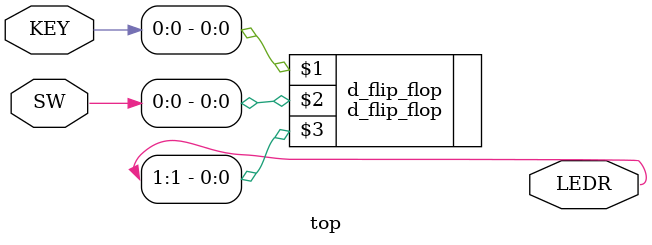
<source format=v>
module top (SW, KEY, LEDR);

    input wire [9:0] SW;        // DE-series switches
    input wire [3:0] KEY;       // DE-series pushbuttons

    output wire [9:0] LEDR;     // DE-series LEDs   

    d_flip_flop d_flip_flop (KEY[0], SW[0], LEDR[1]);
 
endmodule


</source>
